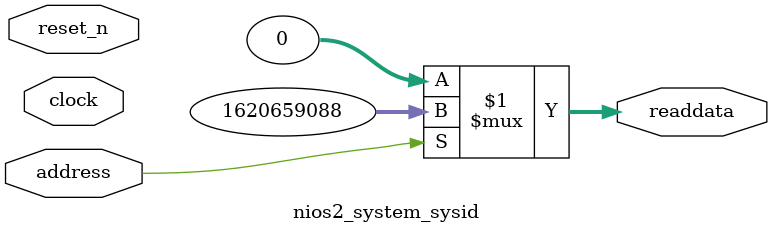
<source format=v>

`timescale 1ns / 1ps
// synthesis translate_on

// turn off superfluous verilog processor warnings 
// altera message_level Level1 
// altera message_off 10034 10035 10036 10037 10230 10240 10030 

module nios2_system_sysid (
               // inputs:
                address,
                clock,
                reset_n,

               // outputs:
                readdata
             )
;

  output  [ 31: 0] readdata;
  input            address;
  input            clock;
  input            reset_n;

  wire    [ 31: 0] readdata;
  //control_slave, which is an e_avalon_slave
  assign readdata = address ? 1620659088 : 0;

endmodule




</source>
